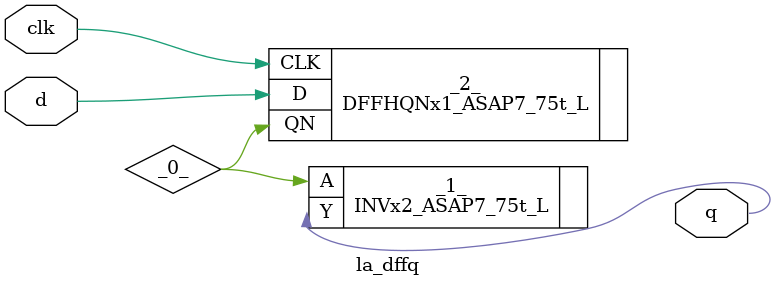
<source format=v>

/* Generated by Yosys 0.44 (git sha1 80ba43d26, g++ 11.4.0-1ubuntu1~22.04 -fPIC -O3) */

(* top =  1  *)
(* src = "generated" *)
module la_dffq (
    d,
    clk,
    q
);
  wire _0_;
  (* src = "generated" *)
  input clk;
  wire clk;
  (* src = "generated" *)
  input d;
  wire d;
  (* src = "generated" *)
  output q;
  wire q;
  INVx2_ASAP7_75t_L _1_ (
      .A(_0_),
      .Y(q)
  );
  (* src = "generated" *)
  DFFHQNx1_ASAP7_75t_L _2_ (
      .CLK(clk),
      .D  (d),
      .QN (_0_)
  );
endmodule

</source>
